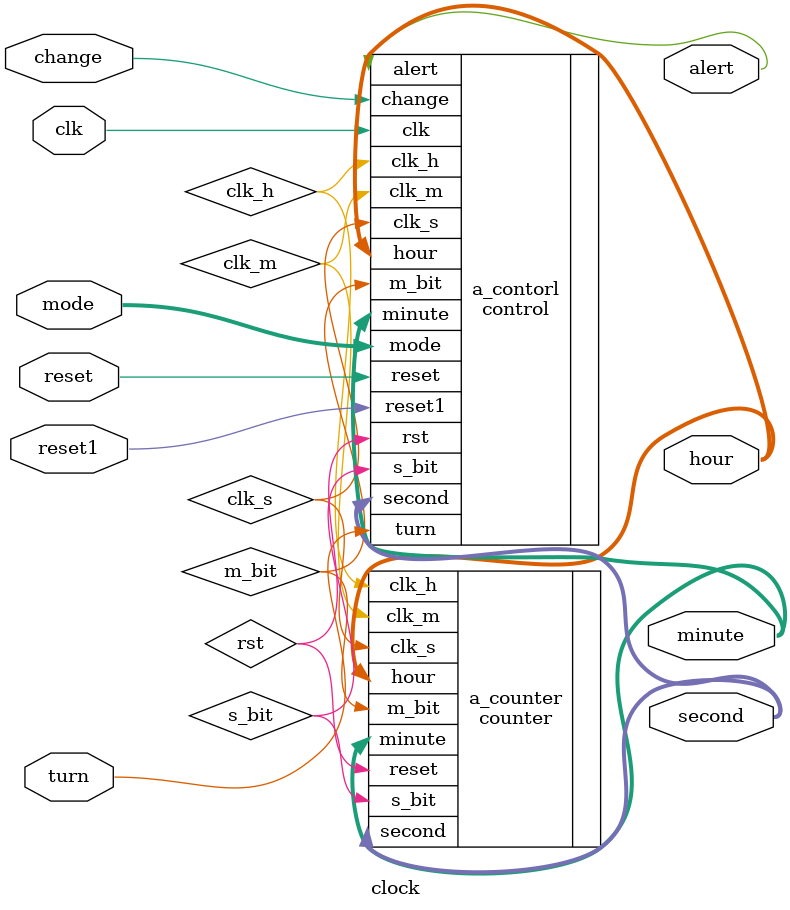
<source format=v>
`timescale 1ns / 1ps
module clock(clk, reset, mode, turn, change, reset1, hour, minute, second, alert);
input clk;
input reset;
input[1:0] mode;
input turn;
input change;
input reset1;
output[7:0] hour;
output[7:0] minute;
output[7:0] second;
output alert;
wire m_bit;
wire s_bit;
wire clk_h;
wire clk_m;
wire clk_s;
wire rst;

counter a_counter(.clk_h(clk_h), .clk_m(clk_m), .clk_s(clk_s), .reset(rst), 
						.hour(hour), .minute(minute), .second(second),
						.m_bit(m_bit), .s_bit(s_bit));

control a_contorl(.clk(clk), .reset(reset), .mode(mode), 
						.turn(turn), .change(change), .reset1(reset1),
						.hour(hour), .minute(minute), .second(second),
						.m_bit(m_bit), .s_bit(s_bit),
						.rst(rst), .clk_h(clk_h), .clk_m(clk_m), .clk_s(clk_s), .alert(alert));

endmodule

</source>
